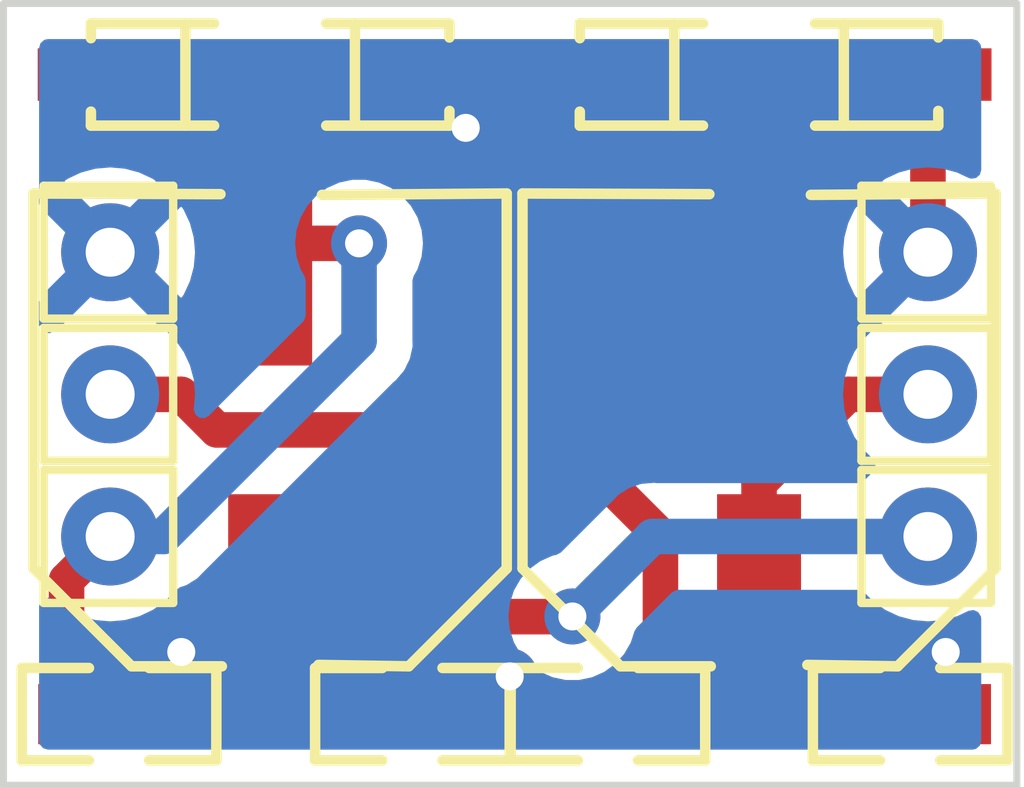
<source format=kicad_pcb>
(kicad_pcb (version 20211014) (generator pcbnew)
  (layers (0 "F.Cu" signal) (31 "B.Cu" signal) (34 "B.Paste" user) (35 "F.Paste" user) (36 "B.SilkS" user "B.Silkscreen") (37 "F.SilkS" user "F.Silkscreen") (38 "B.Mask" user) (39 "F.Mask" user) (44 "Edge.Cuts" user))
  (net 0 "")
  (net 1 "Net-(C1-Pad1)")
  (net 2 "Net-(C1-Pad2)")
  (net 3 "Net-(D1-Pad1)")
  (net 4 "GND")
  (net 5 "Net-(D3-Pad1)")
  (net 6 "Net-(C2-Pad1)")
  (net 7 "Net-(C2-Pad2)")
  (footprint "easyeda2kicad:SOD-323_L1.8-W1.3-LS2.5-RD" (layer "F.Cu") (at 133.096 66.04)
    (fp_text reference "D4" hide)
    (fp_text value "BZT52C5V1S-7-F" hide)
    (fp_line (start -0.85 -0.73) (end 0.91 -0.73) (layer "F.SilkS") (width 0.15))
    (fp_line (start -0.85 0.73) (end 0.91 0.73) (layer "F.SilkS") (width 0.15))
    (fp_line (start 0.91 0.73) (end 0.91 0.52) (layer "F.SilkS") (width 0.15))
    (fp_line (start 0.91 -0.73) (end 0.91 -0.53) (layer "F.SilkS") (width 0.15))
    (fp_line (start -0.44 -0.73) (end -0.44 0.73) (layer "F.SilkS") (width 0.15))
    (pad "1" smd rect locked (at -1.17 0) (size 1 0.75) (layers "F.Cu" "F.Paste" "F.Mask") (net 5 "Net-(D3-Pad1)"))
    (pad "2" smd rect locked (at 1.17 0) (size 1 0.75) (layers "F.Cu" "F.Paste" "F.Mask") (net 4 "GND"))
  )
  (footprint "Connector_Pin:Pin_D0.7mm_L6.5mm_W1.8mm_FlatFork" (layer "F.Cu") (at 122.174 72.644)
    (fp_text reference "J1" hide)
    (fp_text value "Conn_01x01_Male" hide)
    (fp_line (start 0.9 0.95) (end 0.9 -0.9) (layer "F.SilkS") (width 0.12))
    (fp_line (start -0.95 0.95) (end 0.9 0.95) (layer "F.SilkS") (width 0.12))
    (fp_line (start 0.9 -0.9) (end 0.9 -0.95) (layer "F.SilkS") (width 0.12))
    (fp_line (start -0.95 -0.95) (end -0.95 0.95) (layer "F.SilkS") (width 0.12))
    (fp_line (start 0.9 -0.95) (end -0.95 -0.95) (layer "F.SilkS") (width 0.12))
    (pad "1" thru_hole circle (at 0 0) (size 1.4 1.4) (drill 0.7) (layers *.Cu *.Mask) (net 2 "Net-(C1-Pad2)"))
  )
  (footprint "easyeda2kicad:R0603" (layer "F.Cu") (at 122.301 75.184 180)
    (fp_text reference "R1" hide)
    (fp_text value "0603WAF1004T5E" hide)
    (fp_line (start 1.39 -0.66) (end 0.43 -0.66) (layer "F.SilkS") (width 0.15))
    (fp_line (start 1.39 0.66) (end 1.39 -0.66) (layer "F.SilkS") (width 0.15))
    (fp_line (start -1.39 0.66) (end -1.39 -0.66) (layer "F.SilkS") (width 0.15))
    (fp_line (start -1.39 -0.66) (end -0.43 -0.66) (layer "F.SilkS") (width 0.15))
    (fp_line (start 0.43 0.66) (end 1.39 0.66) (layer "F.SilkS") (width 0.15))
    (fp_line (start -0.43 0.66) (end -1.39 0.66) (layer "F.SilkS") (width 0.15))
    (pad "1" smd rect locked (at -0.75 0 180) (size 0.81 0.86) (layers "F.Cu" "F.Paste" "F.Mask") (net 4 "GND"))
    (pad "2" smd rect locked (at 0.75 0 180) (size 0.81 0.86) (layers "F.Cu" "F.Paste" "F.Mask") (net 2 "Net-(C1-Pad2)"))
  )
  (footprint "easyeda2kicad:R0603" (layer "F.Cu") (at 133.604 75.184 180)
    (fp_text reference "R4" hide)
    (fp_text value "0603WAF1004T5E" hide)
    (fp_line (start 0.43 0.66) (end 1.39 0.66) (layer "F.SilkS") (width 0.15))
    (fp_line (start 1.39 -0.66) (end 0.43 -0.66) (layer "F.SilkS") (width 0.15))
    (fp_line (start 1.39 0.66) (end 1.39 -0.66) (layer "F.SilkS") (width 0.15))
    (fp_line (start -1.39 0.66) (end -1.39 -0.66) (layer "F.SilkS") (width 0.15))
    (fp_line (start -1.39 -0.66) (end -0.43 -0.66) (layer "F.SilkS") (width 0.15))
    (fp_line (start -0.43 0.66) (end -1.39 0.66) (layer "F.SilkS") (width 0.15))
    (pad "1" smd rect locked (at -0.75 0 180) (size 0.81 0.86) (layers "F.Cu" "F.Paste" "F.Mask") (net 4 "GND"))
    (pad "2" smd rect locked (at 0.75 0 180) (size 0.81 0.86) (layers "F.Cu" "F.Paste" "F.Mask") (net 6 "Net-(C2-Pad1)"))
  )
  (footprint "Connector_Pin:Pin_D0.7mm_L6.5mm_W1.8mm_FlatFork" (layer "F.Cu") (at 122.174 70.612)
    (fp_text reference "J5" hide)
    (fp_text value "Conn_01x01_Male" hide)
    (fp_line (start -0.95 -0.95) (end -0.95 0.95) (layer "F.SilkS") (width 0.12))
    (fp_line (start 0.9 0.95) (end 0.9 -0.9) (layer "F.SilkS") (width 0.12))
    (fp_line (start -0.95 0.95) (end 0.9 0.95) (layer "F.SilkS") (width 0.12))
    (fp_line (start 0.9 -0.95) (end -0.95 -0.95) (layer "F.SilkS") (width 0.12))
    (fp_line (start 0.9 -0.9) (end 0.9 -0.95) (layer "F.SilkS") (width 0.12))
    (pad "1" thru_hole circle (at 0 0) (size 1.4 1.4) (drill 0.7) (layers *.Cu *.Mask) (net 7 "Net-(C2-Pad2)"))
  )
  (footprint "easyeda2kicad:SOD-323_L1.8-W1.3-LS2.5-RD" (layer "F.Cu") (at 129.794 66.04 180)
    (fp_text reference "D3" hide)
    (fp_text value "BZT52C5V1S-7-F" hide)
    (fp_line (start -0.85 -0.73) (end 0.91 -0.73) (layer "F.SilkS") (width 0.15))
    (fp_line (start -0.85 0.73) (end 0.91 0.73) (layer "F.SilkS") (width 0.15))
    (fp_line (start 0.91 0.73) (end 0.91 0.52) (layer "F.SilkS") (width 0.15))
    (fp_line (start -0.44 -0.73) (end -0.44 0.73) (layer "F.SilkS") (width 0.15))
    (fp_line (start 0.91 -0.73) (end 0.91 -0.53) (layer "F.SilkS") (width 0.15))
    (pad "1" smd rect locked (at -1.17 0 180) (size 1 0.75) (layers "F.Cu" "F.Paste" "F.Mask") (net 5 "Net-(D3-Pad1)"))
    (pad "2" smd rect locked (at 1.17 0 180) (size 1 0.75) (layers "F.Cu" "F.Paste" "F.Mask") (net 7 "Net-(C2-Pad2)"))
  )
  (footprint "easyeda2kicad:CAP-SMD_BD6.3-L6.6-W6.6-FD" (layer "F.Cu") (at 124.46 71.12 90)
    (fp_text reference "C1" hide)
    (fp_text value "EEEFK1J100P" hide)
    (fp_line (start 3.36 0.74) (end 3.38 3.38) (layer "F.SilkS") (width 0.15))
    (fp_line (start -3.38 -1.98) (end -3.38 -0.69) (layer "F.SilkS") (width 0.15))
    (fp_line (start -1.98 3.38) (end -3.38 1.98) (layer "F.SilkS") (width 0.15))
    (fp_line (start 3.38 3.38) (end -1.98 3.38) (layer "F.SilkS") (width 0.15))
    (fp_line (start 3.38 -3.38) (end -1.98 -3.38) (layer "F.SilkS") (width 0.15))
    (fp_line (start -3.38 1.98) (end -3.36 0.69) (layer "F.SilkS") (width 0.15))
    (fp_line (start 3.37 -0.71) (end 3.38 -3.38) (layer "F.SilkS") (width 0.15))
    (fp_line (start -1.98 -3.38) (end -3.38 -1.98) (layer "F.SilkS") (width 0.15))
    (pad "1" smd rect locked (at -2.67 0 90) (size 3.5 1.2) (layers "F.Cu" "F.Paste" "F.Mask") (net 1 "Net-(C1-Pad1)"))
    (pad "2" smd rect locked (at 2.67 0 90) (size 3.5 1.2) (layers "F.Cu" "F.Paste" "F.Mask") (net 2 "Net-(C1-Pad2)"))
  )
  (footprint "easyeda2kicad:SOD-323_L1.8-W1.3-LS2.5-RD" (layer "F.Cu") (at 126.111 66.04)
    (fp_text reference "D2" hide)
    (fp_text value "BZT52C5V1S-7-F" hide)
    (fp_line (start -0.85 -0.73) (end 0.91 -0.73) (layer "F.SilkS") (width 0.15))
    (fp_line (start -0.44 -0.73) (end -0.44 0.73) (layer "F.SilkS") (width 0.15))
    (fp_line (start -0.85 0.73) (end 0.91 0.73) (layer "F.SilkS") (width 0.15))
    (fp_line (start 0.91 -0.73) (end 0.91 -0.53) (layer "F.SilkS") (width 0.15))
    (fp_line (start 0.91 0.73) (end 0.91 0.52) (layer "F.SilkS") (width 0.15))
    (pad "1" smd rect locked (at -1.17 0) (size 1 0.75) (layers "F.Cu" "F.Paste" "F.Mask") (net 3 "Net-(D1-Pad1)"))
    (pad "2" smd rect locked (at 1.17 0) (size 1 0.75) (layers "F.Cu" "F.Paste" "F.Mask") (net 4 "GND"))
  )
  (footprint "easyeda2kicad:R0603" (layer "F.Cu") (at 129.286 75.184)
    (fp_text reference "R2" hide)
    (fp_text value "0603WAF1004T5E" hide)
    (fp_line (start 0.43 0.66) (end 1.39 0.66) (layer "F.SilkS") (width 0.15))
    (fp_line (start -1.39 0.66) (end -1.39 -0.66) (layer "F.SilkS") (width 0.15))
    (fp_line (start -0.43 0.66) (end -1.39 0.66) (layer "F.SilkS") (width 0.15))
    (fp_line (start -1.39 -0.66) (end -0.43 -0.66) (layer "F.SilkS") (width 0.15))
    (fp_line (start 1.39 0.66) (end 1.39 -0.66) (layer "F.SilkS") (width 0.15))
    (fp_line (start 1.39 -0.66) (end 0.43 -0.66) (layer "F.SilkS") (width 0.15))
    (pad "1" smd rect locked (at -0.75 0) (size 0.81 0.86) (layers "F.Cu" "F.Paste" "F.Mask") (net 4 "GND"))
    (pad "2" smd rect locked (at 0.75 0) (size 0.81 0.86) (layers "F.Cu" "F.Paste" "F.Mask") (net 7 "Net-(C2-Pad2)"))
  )
  (footprint "easyeda2kicad:R0603" (layer "F.Cu") (at 126.492 75.184 180)
    (fp_text reference "R3" hide)
    (fp_text value "0603WAF1004T5E" hide)
    (fp_line (start -1.39 0.66) (end -1.39 -0.66) (layer "F.SilkS") (width 0.15))
    (fp_line (start -0.43 0.66) (end -1.39 0.66) (layer "F.SilkS") (width 0.15))
    (fp_line (start 1.39 0.66) (end 1.39 -0.66) (layer "F.SilkS") (width 0.15))
    (fp_line (start -1.39 -0.66) (end -0.43 -0.66) (layer "F.SilkS") (width 0.15))
    (fp_line (start 1.39 -0.66) (end 0.43 -0.66) (layer "F.SilkS") (width 0.15))
    (fp_line (start 0.43 0.66) (end 1.39 0.66) (layer "F.SilkS") (width 0.15))
    (pad "1" smd rect locked (at -0.75 0 180) (size 0.81 0.86) (layers "F.Cu" "F.Paste" "F.Mask") (net 4 "GND"))
    (pad "2" smd rect locked (at 0.75 0 180) (size 0.81 0.86) (layers "F.Cu" "F.Paste" "F.Mask") (net 1 "Net-(C1-Pad1)"))
  )
  (footprint "Connector_Pin:Pin_D0.7mm_L6.5mm_W1.8mm_FlatFork" (layer "F.Cu") (at 133.858 68.58)
    (fp_text reference "J4" hide)
    (fp_text value "Conn_01x01_Male" hide)
    (fp_line (start -0.95 0.95) (end 0.9 0.95) (layer "F.SilkS") (width 0.12))
    (fp_line (start 0.9 -0.9) (end 0.9 -0.95) (layer "F.SilkS") (width 0.12))
    (fp_line (start 0.9 0.95) (end 0.9 -0.9) (layer "F.SilkS") (width 0.12))
    (fp_line (start -0.95 -0.95) (end -0.95 0.95) (layer "F.SilkS") (width 0.12))
    (fp_line (start 0.9 -0.95) (end -0.95 -0.95) (layer "F.SilkS") (width 0.12))
    (pad "1" thru_hole circle (at 0 0) (size 1.4 1.4) (drill 0.7) (layers *.Cu *.Mask) (net 4 "GND"))
  )
  (footprint "easyeda2kicad:CAP-SMD_BD6.3-L6.6-W6.6-FD" (layer "F.Cu") (at 131.445 71.12 90)
    (fp_text reference "C2" hide)
    (fp_text value "EEEFK1J100P" hide)
    (fp_line (start -3.38 -1.98) (end -3.38 -0.69) (layer "F.SilkS") (width 0.15))
    (fp_line (start 3.36 0.74) (end 3.38 3.38) (layer "F.SilkS") (width 0.15))
    (fp_line (start 3.38 -3.38) (end -1.98 -3.38) (layer "F.SilkS") (width 0.15))
    (fp_line (start -1.98 -3.38) (end -3.38 -1.98) (layer "F.SilkS") (width 0.15))
    (fp_line (start -1.98 3.38) (end -3.38 1.98) (layer "F.SilkS") (width 0.15))
    (fp_line (start 3.38 3.38) (end -1.98 3.38) (layer "F.SilkS") (width 0.15))
    (fp_line (start -3.38 1.98) (end -3.36 0.69) (layer "F.SilkS") (width 0.15))
    (fp_line (start 3.37 -0.71) (end 3.38 -3.38) (layer "F.SilkS") (width 0.15))
    (pad "1" smd rect locked (at -2.67 0 90) (size 3.5 1.2) (layers "F.Cu" "F.Paste" "F.Mask") (net 6 "Net-(C2-Pad1)"))
    (pad "2" smd rect locked (at 2.67 0 90) (size 3.5 1.2) (layers "F.Cu" "F.Paste" "F.Mask") (net 7 "Net-(C2-Pad2)"))
  )
  (footprint "Connector_Pin:Pin_D0.7mm_L6.5mm_W1.8mm_FlatFork" (layer "F.Cu") (at 133.858 72.644)
    (fp_text reference "J2" hide)
    (fp_text value "Conn_01x01_Male" hide)
    (fp_line (start 0.9 0.95) (end 0.9 -0.9) (layer "F.SilkS") (width 0.12))
    (fp_line (start -0.95 -0.95) (end -0.95 0.95) (layer "F.SilkS") (width 0.12))
    (fp_line (start -0.95 0.95) (end 0.9 0.95) (layer "F.SilkS") (width 0.12))
    (fp_line (start 0.9 -0.95) (end -0.95 -0.95) (layer "F.SilkS") (width 0.12))
    (fp_line (start 0.9 -0.9) (end 0.9 -0.95) (layer "F.SilkS") (width 0.12))
    (pad "1" thru_hole circle (at 0 0) (size 1.4 1.4) (drill 0.7) (layers *.Cu *.Mask) (net 1 "Net-(C1-Pad1)"))
  )
  (footprint "Connector_Pin:Pin_D0.7mm_L6.5mm_W1.8mm_FlatFork" (layer "F.Cu") (at 133.858 70.612)
    (fp_text reference "J3" hide)
    (fp_text value "Conn_01x01_Male" hide)
    (fp_line (start 0.9 0.95) (end 0.9 -0.9) (layer "F.SilkS") (width 0.12))
    (fp_line (start -0.95 -0.95) (end -0.95 0.95) (layer "F.SilkS") (width 0.12))
    (fp_line (start 0.9 -0.9) (end 0.9 -0.95) (layer "F.SilkS") (width 0.12))
    (fp_line (start -0.95 0.95) (end 0.9 0.95) (layer "F.SilkS") (width 0.12))
    (fp_line (start 0.9 -0.95) (end -0.95 -0.95) (layer "F.SilkS") (width 0.12))
    (pad "1" thru_hole circle (at 0 0) (size 1.4 1.4) (drill 0.7) (layers *.Cu *.Mask) (net 6 "Net-(C2-Pad1)"))
  )
  (footprint "easyeda2kicad:SOD-323_L1.8-W1.3-LS2.5-RD" (layer "F.Cu") (at 122.809 66.04 180)
    (fp_text reference "D1" hide)
    (fp_text value "BZT52C5V1S-7-F" hide)
    (fp_line (start 0.91 0.73) (end 0.91 0.52) (layer "F.SilkS") (width 0.15))
    (fp_line (start -0.85 0.73) (end 0.91 0.73) (layer "F.SilkS") (width 0.15))
    (fp_line (start 0.91 -0.73) (end 0.91 -0.53) (layer "F.SilkS") (width 0.15))
    (fp_line (start -0.85 -0.73) (end 0.91 -0.73) (layer "F.SilkS") (width 0.15))
    (fp_line (start -0.44 -0.73) (end -0.44 0.73) (layer "F.SilkS") (width 0.15))
    (pad "1" smd rect locked (at -1.17 0 180) (size 1 0.75) (layers "F.Cu" "F.Paste" "F.Mask") (net 3 "Net-(D1-Pad1)"))
    (pad "2" smd rect locked (at 1.17 0 180) (size 1 0.75) (layers "F.Cu" "F.Paste" "F.Mask") (net 2 "Net-(C1-Pad2)"))
  )
  (footprint "Connector_Pin:Pin_D0.7mm_L6.5mm_W1.8mm_FlatFork" (layer "F.Cu") (at 122.174 68.58)
    (fp_text reference "J6" hide)
    (fp_text value "Conn_01x01_Male" hide)
    (fp_line (start -0.95 0.95) (end 0.9 0.95) (layer "F.SilkS") (width 0.12))
    (fp_line (start -0.95 -0.95) (end -0.95 0.95) (layer "F.SilkS") (width 0.12))
    (fp_line (start 0.9 0.95) (end 0.9 -0.9) (layer "F.SilkS") (width 0.12))
    (fp_line (start 0.9 -0.9) (end 0.9 -0.95) (layer "F.SilkS") (width 0.12))
    (fp_line (start 0.9 -0.95) (end -0.95 -0.95) (layer "F.SilkS") (width 0.12))
    (pad "1" thru_hole circle (at 0 0) (size 1.4 1.4) (drill 0.7) (layers *.Cu *.Mask) (net 4 "GND"))
  )
  (gr_line (start 135.128 65.024) (end 135.128 76.2) (layer "Edge.Cuts") (width 0.1))
  (gr_line (start 120.65 76.2) (end 120.65 65.024) (layer "Edge.Cuts") (width 0.1))
  (gr_line (start 120.65 65.024) (end 135.128 65.024) (layer "Edge.Cuts") (width 0.1))
  (gr_line (start 135.128 76.2) (end 120.65 76.2) (layer "Edge.Cuts") (width 0.1))
  (segment (start 125.742 75.184) (end 125.742 73.902) (width 0.508) (layer "F.Cu") (net 1))
  (segment (start 124.46 73.79) (end 125.854 73.79) (width 0.508) (layer "F.Cu") (net 1))
  (segment (start 125.742 73.902) (end 125.854 73.79) (width 0.508) (layer "F.Cu") (net 1))
  (segment (start 128.775 73.79) (end 128.778 73.787) (width 0.508) (layer "F.Cu") (net 1))
  (segment (start 125.854 73.79) (end 128.775 73.79) (width 0.508) (layer "F.Cu") (net 1))
  (via (at 128.778 73.787) (size 0.8) (drill 0.4) (layers "F.Cu" "B.Cu") (net 1))
  (segment (start 128.778 73.787) (end 129.921 72.644) (width 0.508) (layer "B.Cu") (net 1))
  (segment (start 129.921 72.644) (end 133.858 72.644) (width 0.508) (layer "B.Cu") (net 1))
  (segment (start 124.46 68.45) (end 124.46 67.564) (width 0.508) (layer "F.Cu") (net 2))
  (segment (start 121.551 73.267) (end 122.174 72.644) (width 0.508) (layer "F.Cu") (net 2))
  (segment (start 125.73 68.453) (end 124.463 68.453) (width 0.508) (layer "F.Cu") (net 2))
  (segment (start 124.463 68.453) (end 124.46 68.45) (width 0.508) (layer "F.Cu") (net 2))
  (segment (start 123.952 67.056) (end 122.528 67.056) (width 0.508) (layer "F.Cu") (net 2))
  (segment (start 121.551 75.184) (end 121.551 73.267) (width 0.508) (layer "F.Cu") (net 2))
  (segment (start 122.528 67.056) (end 121.512 66.04) (width 0.508) (layer "F.Cu") (net 2))
  (segment (start 124.46 67.564) (end 123.952 67.056) (width 0.508) (layer "F.Cu") (net 2))
  (via (at 125.73 68.453) (size 0.8) (drill 0.4) (layers "F.Cu" "B.Cu") (net 2))
  (segment (start 125.73 68.453) (end 125.73 69.85) (width 0.508) (layer "B.Cu") (net 2))
  (segment (start 122.936 72.644) (end 122.174 72.644) (width 0.508) (layer "B.Cu") (net 2))
  (segment (start 125.73 69.85) (end 122.936 72.644) (width 0.508) (layer "B.Cu") (net 2))
  (segment (start 123.19 74.295) (end 123.051 74.434) (width 0.508) (layer "F.Cu") (net 4))
  (segment (start 134.112 74.295) (end 134.354 74.537) (width 0.508) (layer "F.Cu") (net 4))
  (segment (start 127.408 66.648) (end 127.408 66.04) (width 0.508) (layer "F.Cu") (net 4))
  (segment (start 134.354 74.537) (end 134.354 75.184) (width 0.508) (layer "F.Cu") (net 4))
  (segment (start 133.858 66.548) (end 133.858 68.58) (width 0.508) (layer "F.Cu") (net 4))
  (segment (start 127.882612 75.050612) (end 128.016 75.184) (width 0.508) (layer "F.Cu") (net 4))
  (segment (start 127.882612 74.6435) (end 127.882612 75.050612) (width 0.508) (layer "F.Cu") (net 4))
  (segment (start 134.366 66.04) (end 133.858 66.548) (width 0.508) (layer "F.Cu") (net 4))
  (segment (start 128.536 75.184) (end 128.016 75.184) (width 0.508) (layer "F.Cu") (net 4))
  (segment (start 128.016 75.184) (end 127.242 75.184) (width 0.508) (layer "F.Cu") (net 4))
  (segment (start 127.254 66.802) (end 127.408 66.648) (width 0.508) (layer "F.Cu") (net 4))
  (segment (start 123.051 74.434) (end 123.051 75.184) (width 0.508) (layer "F.Cu") (net 4))
  (via (at 134.112 74.295) (size 0.8) (drill 0.4) (layers "F.Cu" "B.Cu") (net 4))
  (via (at 127.882612 74.6435) (size 0.8) (drill 0.4) (layers "F.Cu" "B.Cu") (net 4))
  (via (at 123.19 74.295) (size 0.8) (drill 0.4) (layers "F.Cu" "B.Cu") (net 4))
  (via (at 127.254 66.802) (size 0.8) (drill 0.4) (layers "F.Cu" "B.Cu") (net 4))
  (segment (start 131.445 71.882) (end 131.445 73.79) (width 0.508) (layer "F.Cu") (net 6))
  (segment (start 131.826 75.184) (end 132.854 75.184) (width 0.508) (layer "F.Cu") (net 6))
  (segment (start 131.445 74.803) (end 131.826 75.184) (width 0.508) (layer "F.Cu") (net 6))
  (segment (start 131.445 73.79) (end 131.445 74.803) (width 0.508) (layer "F.Cu") (net 6))
  (segment (start 132.715 70.612) (end 131.445 71.882) (width 0.508) (layer "F.Cu") (net 6))
  (segment (start 133.858 70.612) (end 132.715 70.612) (width 0.508) (layer "F.Cu") (net 6))
  (segment (start 128.624 66.04) (end 128.624 71.02) (width 0.508) (layer "F.Cu") (net 7))
  (segment (start 122.174 70.612) (end 123.19 70.612) (width 0.508) (layer "F.Cu") (net 7))
  (segment (start 123.19 70.612) (end 123.698 71.12) (width 0.508) (layer "F.Cu") (net 7))
  (segment (start 123.698 71.12) (end 128.524 71.12) (width 0.508) (layer "F.Cu") (net 7))
  (segment (start 128.524 71.12) (end 128.624 71.02) (width 0.508) (layer "F.Cu") (net 7))
  (segment (start 130.036 72.632) (end 130.036 75.184) (width 0.508) (layer "F.Cu") (net 7))
  (segment (start 131.445 68.45) (end 128.902 68.45) (width 0.508) (layer "F.Cu") (net 7))
  (segment (start 128.524 71.12) (end 130.036 72.632) (width 0.508) (layer "F.Cu") (net 7))
  (zone (net 4) (net_name "GND") (layer "B.Cu") (connect_pads (clearance 0.508)) (min_thickness 0.254) (fill yes (thermal_gap 0.508) (thermal_bridge_width 0.508))
    (polygon (pts (xy 135.128 76.2) (xy 120.777 76.199956) (xy 120.776754 65.002312) (xy 135.128 65.024)))
  )
)
</source>
